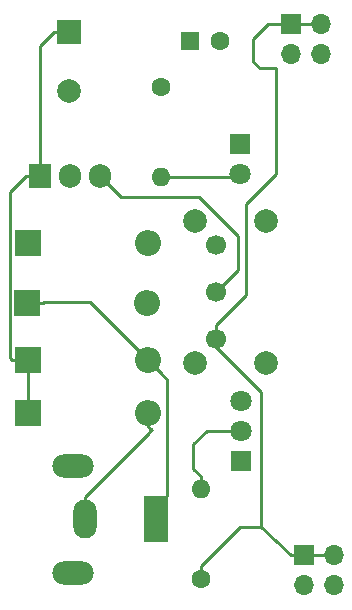
<source format=gtl>
G04 #@! TF.GenerationSoftware,KiCad,Pcbnew,(5.1.5)-3*
G04 #@! TF.CreationDate,2020-11-06T17:50:15+03:00*
G04 #@! TF.ProjectId,P_supply,505f7375-7070-46c7-992e-6b696361645f,rev?*
G04 #@! TF.SameCoordinates,Original*
G04 #@! TF.FileFunction,Copper,L1,Top*
G04 #@! TF.FilePolarity,Positive*
%FSLAX46Y46*%
G04 Gerber Fmt 4.6, Leading zero omitted, Abs format (unit mm)*
G04 Created by KiCad (PCBNEW (5.1.5)-3) date 2020-11-06 17:50:15*
%MOMM*%
%LPD*%
G04 APERTURE LIST*
%ADD10O,1.600000X1.600000*%
%ADD11C,1.600000*%
%ADD12R,1.600000X1.600000*%
%ADD13C,2.000000*%
%ADD14C,1.700000*%
%ADD15R,1.800000X1.800000*%
%ADD16C,1.800000*%
%ADD17R,1.700000X1.700000*%
%ADD18O,1.700000X1.700000*%
%ADD19R,2.000000X2.000000*%
%ADD20O,2.200000X2.200000*%
%ADD21R,2.200000X2.200000*%
%ADD22R,2.000000X4.000000*%
%ADD23O,2.000000X3.300000*%
%ADD24O,3.500000X2.000000*%
%ADD25R,1.905000X2.000000*%
%ADD26O,1.905000X2.000000*%
%ADD27C,0.250000*%
G04 APERTURE END LIST*
D10*
X91922600Y-67513200D03*
D11*
X91922600Y-59893200D03*
D12*
X94361000Y-56007000D03*
D11*
X96861000Y-56007000D03*
D13*
X94770000Y-83280000D03*
X94770000Y-71280000D03*
X100770000Y-71280000D03*
X100770000Y-83280000D03*
D14*
X96520000Y-81280000D03*
X96520000Y-77280000D03*
X96520000Y-73280000D03*
D15*
X98679000Y-91567000D03*
D16*
X98679000Y-89027000D03*
X98679000Y-86487000D03*
D17*
X104013000Y-99568000D03*
D18*
X106553000Y-99568000D03*
X104013000Y-102108000D03*
X106553000Y-102108000D03*
D19*
X84074000Y-55245000D03*
D13*
X84074000Y-60245000D03*
D20*
X90805000Y-83058000D03*
D21*
X80645000Y-83058000D03*
X80518000Y-78232000D03*
D20*
X90678000Y-78232000D03*
D21*
X80645000Y-87503000D03*
D20*
X90805000Y-87503000D03*
X90805000Y-73152000D03*
D21*
X80645000Y-73152000D03*
D16*
X98552000Y-67310000D03*
D15*
X98552000Y-64770000D03*
D22*
X91440000Y-96520000D03*
D23*
X85440000Y-96520000D03*
D24*
X84440000Y-92020000D03*
X84440000Y-101020000D03*
D18*
X105410000Y-57150000D03*
X102870000Y-57150000D03*
X105410000Y-54610000D03*
D17*
X102870000Y-54610000D03*
D11*
X95250000Y-101600000D03*
D10*
X95250000Y-93980000D03*
D25*
X81661000Y-67437000D03*
D26*
X84201000Y-67437000D03*
X86741000Y-67437000D03*
D27*
X81661000Y-56408000D02*
X81661000Y-67437000D01*
X84074000Y-55245000D02*
X82824000Y-55245000D01*
X82824000Y-55245000D02*
X81661000Y-56408000D01*
X79295000Y-83058000D02*
X80645000Y-83058000D01*
X79092999Y-82855999D02*
X79295000Y-83058000D01*
X79092999Y-68802501D02*
X79092999Y-82855999D01*
X80458500Y-67437000D02*
X79092999Y-68802501D01*
X81661000Y-67437000D02*
X80458500Y-67437000D01*
X80645000Y-83058000D02*
X80645000Y-87503000D01*
X98425000Y-72517000D02*
X98425000Y-75375000D01*
X95123000Y-69215000D02*
X98425000Y-72517000D01*
X98425000Y-75375000D02*
X96520000Y-77280000D01*
X86741000Y-67437000D02*
X88519000Y-69215000D01*
X88519000Y-69215000D02*
X95123000Y-69215000D01*
X80645000Y-78105000D02*
X80518000Y-78232000D01*
X81868000Y-78232000D02*
X81995000Y-78105000D01*
X80518000Y-78232000D02*
X81868000Y-78232000D01*
X85852000Y-78105000D02*
X90805000Y-83058000D01*
X81995000Y-78105000D02*
X85852000Y-78105000D01*
X92430600Y-94529400D02*
X92430600Y-84683600D01*
X91904999Y-84157999D02*
X90805000Y-83058000D01*
X92430600Y-84683600D02*
X91904999Y-84157999D01*
X91440000Y-96520000D02*
X91440000Y-95520000D01*
X91440000Y-95520000D02*
X92430600Y-94529400D01*
X98348800Y-67513200D02*
X98552000Y-67310000D01*
X91922600Y-67513200D02*
X98348800Y-67513200D01*
X95250000Y-92848630D02*
X94615000Y-92213630D01*
X95250000Y-93980000D02*
X95250000Y-92848630D01*
X94615000Y-92213630D02*
X94615000Y-90170000D01*
X95758000Y-89027000D02*
X98679000Y-89027000D01*
X94615000Y-90170000D02*
X95758000Y-89027000D01*
X100330000Y-96985000D02*
X100330000Y-85725000D01*
X100330000Y-85725000D02*
X96520000Y-81915000D01*
X104013000Y-99568000D02*
X102913000Y-99568000D01*
X96520000Y-81915000D02*
X96520000Y-81280000D01*
X96520000Y-81280000D02*
X96520000Y-80077919D01*
X99060000Y-77537919D02*
X99060000Y-69850000D01*
X96520000Y-80077919D02*
X99060000Y-77537919D01*
X101600000Y-67310000D02*
X101600000Y-58336000D01*
X99060000Y-69850000D02*
X101600000Y-67310000D01*
X98563630Y-97155000D02*
X100330000Y-97155000D01*
X95250000Y-101600000D02*
X95250000Y-100468630D01*
X102913000Y-99568000D02*
X100330000Y-97155000D01*
X95250000Y-100468630D02*
X98563630Y-97155000D01*
X100330000Y-97155000D02*
X100330000Y-96985000D01*
X101600000Y-58336000D02*
X100246000Y-58336000D01*
X100246000Y-58336000D02*
X99695000Y-57785000D01*
X99695000Y-57785000D02*
X99695000Y-55880000D01*
X100965000Y-54610000D02*
X102870000Y-54610000D01*
X99695000Y-55880000D02*
X100965000Y-54610000D01*
X102870000Y-54610000D02*
X105410000Y-54610000D01*
X104013000Y-99568000D02*
X106553000Y-99568000D01*
X85440000Y-96520000D02*
X85440000Y-94620000D01*
X90830100Y-87953010D02*
X90991400Y-87953010D01*
X90991400Y-87953010D02*
X91123205Y-87821205D01*
X85440000Y-94620000D02*
X90830100Y-89229900D01*
X90805000Y-88696800D02*
X91008200Y-88900000D01*
X90805000Y-87503000D02*
X90805000Y-88696800D01*
X90830100Y-89229900D02*
X91008200Y-88900000D01*
X91008200Y-88900000D02*
X91123205Y-88936795D01*
M02*

</source>
